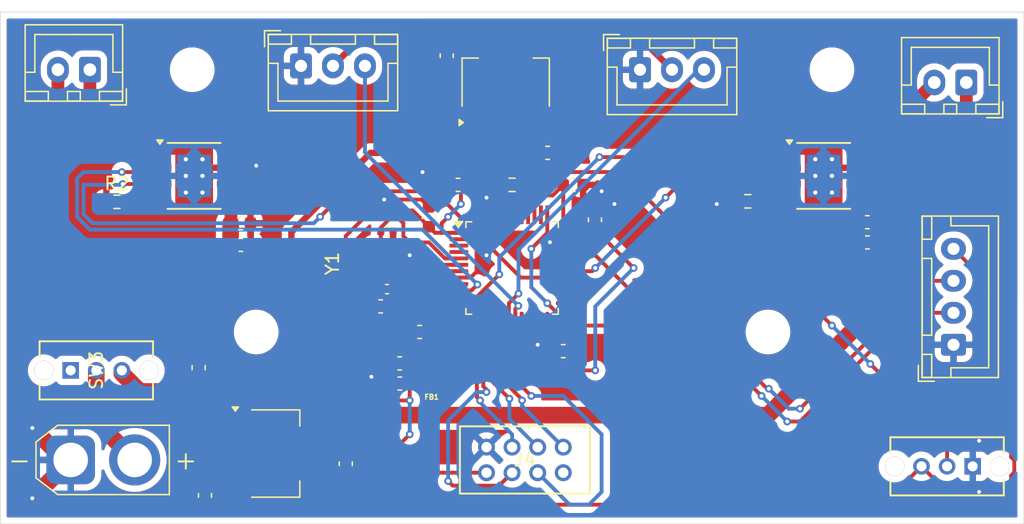
<source format=kicad_pcb>
(kicad_pcb (version 20241229) (generator "pcbnew") (generator_version "9.0")
  (layers (0 "F.Cu" signal) (2 "B.Cu" power) (13 "F.Paste" user) (15 "B.Paste" user) (5 "F.SilkS" user "F.Silkscreen") (7 "B.SilkS" user "B.Silkscreen") (1 "F.Mask" user) (3 "B.Mask" user) (25 "Edge.Cuts" user))
  (net 0 "")
  (net 1 "/Fuse")
  (net 4 "+12V")
  (net 5 "/Res")
  (net 7 "+5V")
  (net 15 "TIM3_CH3_SRVO2")
  (net 20 "+3.3VA")
  (net 24 "PWM_M2_EN")
  (net 25 "SCK")
  (net 26 "PWM_M1_EN")
  (net 29 "/SWDIO")
  (net 30 "/SWCLK")
  (net 31 "I{slash}O_M1_IN")
  (net 32 "CSN")
  (net 33 "CE")
  (net 34 "MOSI")
  (net 35 "/NRST")
  (net 36 "MISO")
  (net 37 "I{slash}O_M2_IN")
  (net 38 "/M1+")
  (net 39 "/M1-")
  (net 40 "/M2+")
  (net 41 "/M2-")
  (net 42 "/ILim")
  (net 43 "+3.3V")
  (net 44 "GND")
  (net 46 "/HSE_IN")
  (net 47 "/HSE_OUT")
  (net 48 "/SW_BOOT0")
  (net 52 "TIM3_CH3_SRVO1")
  (footprint "Connector_JST:JST_XH_B3B-XH-A_1x03_P2.50mm_Vertical" (layer "F.Cu") (at 185 59.5)
    (property "Reference" "J2" (hide yes))
    (property "Value" "Conn_01x03_Pin" (hide yes))
  )
  (footprint "Capacitor_SMD:C_0603_1608Metric" (layer "F.Cu") (at 181.477529 71.225 90)
    (property "Reference" "C3" (hide yes))
    (property "Value" "100n")
  )
  (footprint "Connector_JST:JST_XH_B3B-XH-A_1x03_P2.50mm_Vertical" (layer "F.Cu") (at 158.5 59.2)
    (property "Reference" "J1" (hide yes))
    (property "Value" "Conn_01x03_Pin" (hide yes))
  )
  (footprint "Resistor_SMD:R_0603_1608Metric" (layer "F.Cu") (at 144.113914 69.82633)
    (property "Reference" "R2")
    (property "Value" "21k")
  )
  (footprint "Fuse:Fuse_0603_1608Metric" (layer "F.Cu") (at 150.5 82.7875 90)
    (property "Reference" "F1" (hide yes))
    (property "Value" "Fuse")
  )
  (footprint "MountingHole:MountingHole_3mm" (layer "F.Cu") (at 195 80)
    (property "Reference" "H2" (hide yes))
    (property "Value" "MountingHole" (hide yes))
  )
  (footprint "Zesti:SPDT_OS102011_CNK" (layer "F.Cu") (at 211 90.5 -90)
    (property "Reference" "SW2" (hide yes))
    (property "Value" "SW_SPDT")
  )
  (footprint "MountingHole:MountingHole_3mm" (layer "F.Cu") (at 200 59.5)
    (property "Reference" "H1" (hide yes))
    (property "Value" "MountingHole" (hide yes))
  )
  (footprint "MountingHole:MountingHole_3mm" (layer "F.Cu") (at 155 80)
    (property "Reference" "H3" (hide yes))
    (property "Value" "MountingHole" (hide yes))
  )
  (footprint "Connector_JST:JST_XH_B2B-XH-A_1x02_P2.50mm_Vertical" (layer "F.Cu") (at 142 59.5 180)
    (property "Reference" "M1+1" (hide yes))
    (property "Value" "M1-")
  )
  (footprint "Zesti:SPDT_OS102011_CNK" (layer "F.Cu") (at 140.499999 83 90)
    (property "Reference" "SW3")
    (property "Value" "SW_SPDT")
  )
  (footprint "Capacitor_SMD:C_0603_1608Metric" (layer "F.Cu") (at 153.797507 73.191327 180)
    (property "Reference" "C7" (hide yes))
    (property "Value" "100n")
  )
  (footprint "Package_TO_SOT_SMD:SOT-223-3_TabPin2" (layer "F.Cu") (at 156.5 89.5)
    (property "Reference" "U3" (hide yes))
    (property "Value" "AMS1117-3.3")
  )
  (footprint "Capacitor_SMD:C_0603_1608Metric" (layer "F.Cu") (at 179.775 68.5)
    (property "Reference" "C5" (hide yes))
    (property "Value" "10u")
  )
  (footprint "Capacitor_SMD:C_0603_1608Metric" (layer "F.Cu") (at 151 92.775 -90)
    (property "Reference" "C10" (hide yes))
    (property "Value" "22u")
  )
  (footprint "Resistor_SMD:R_0603_1608Metric" (layer "F.Cu") (at 193.422114 69.786652)
    (property "Reference" "R3" (hide yes))
    (property "Value" "21k")
  )
  (footprint "Capacitor_SMD:C_0603_1608Metric" (layer "F.Cu") (at 169.891402 58.403356 -90)
    (property "Reference" "C19" (hide yes))
    (property "Value" "22u")
  )
  (footprint "Resistor_SMD:R_0603_1608Metric" (layer "F.Cu") (at 175 68.5 180)
    (property "Reference" "R4" (hide yes))
    (property "Value" "10k")
  )
  (footprint "Zesti:XTAL_ABM10AIG-16.000MHZ-4Z-T3" (layer "F.Cu") (at 165.075001 74.325 180)
    (property "Reference" "Y1")
    (property "Value" "16 MHz")
  )
  (footprint "Connector_JST:JST_XH_B2B-XH-A_1x02_P2.50mm_Vertical" (layer "F.Cu") (at 210.5 60.5 180)
    (property "Reference" "M2+1" (hide yes))
    (property "Value" "M2-")
  )
  (footprint "Capacitor_SMD:C_0603_1608Metric" (layer "F.Cu") (at 170.775 68.5 180)
    (property "Reference" "C4" (hide yes))
    (property "Value" "100n")
  )
  (footprint "Capacitor_SMD:C_0603_1608Metric" (layer "F.Cu") (at 179 81.5)
    (property "Reference" "C2" (hide yes))
    (property "Value" "100n")
  )
  (footprint "Capacitor_SMD:C_0603_1608Metric" (layer "F.Cu") (at 177.775 66)
    (property "Reference" "C18" (hide yes))
    (property "Value" "22u")
  )
  (footprint "Package_QFP:LQFP-48_7x7mm_P0.5mm" (layer "F.Cu") (at 175 75)
    (property "Reference" "U6" (hide yes))
    (property "Value" "STM32F103C8Tx")
  )
  (footprint "Capacitor_SMD:C_0402_1005Metric" (layer "F.Cu") (at 165.220003 76.65)
    (property "Reference" "C17" (hide yes))
    (property "Value" "10p")
  )
  (footprint "Capacitor_SMD:C_0603_1608Metric" (layer "F.Cu") (at 202.775 73 180)
    (property "Reference" "C9" (hide yes))
    (property "Value" "100n")
  )
  (footprint "JSTConnectors:CONN_B8B-PHDSS_JST" (layer "F.Cu") (at 173 89)
    (property "Reference" "J4")
    (property "Value" "B8B-nRF24L01")
  )
  (footprint "Capacitor_SMD:C_0603_1608Metric" (layer "F.Cu") (at 202.764991 71.421212 180)
    (property "Reference" "C8" (hide yes))
    (property "Value" "22u")
  )
  (footprint "Capacitor_SMD:C_0603_1608Metric" (layer "F.Cu") (at 162 90.297986 -90)
    (property "Reference" "C11" (hide yes))
    (property "Value" "22u")
  )
  (footprint "Capacitor_SMD:C_0603_1608Metric" (layer "F.Cu") (at 166.225 84.03 180)
    (property "Reference" "C14" (hide yes))
    (property "Value" "1u")
  )
  (footprint "Connector_JST:JST_XH_B4B-XH-A_1x04_P2.50mm_Vertical" (layer "F.Cu") (at 209.5 81 90)
    (property "Reference" "J3" (hide yes))
    (property "Value" "Conn_01x04_Pin")
  )
  (footprint "Capacitor_SMD:C_0402_1005Metric" (layer "F.Cu") (at 165.220003 72.15 180)
    (property "Reference" "C16" (hide yes))
    (property "Value" "10p")
  )
  (footprint "Package_SO:Texas_HTSOP-8-1EP_3.9x4.9mm_P1.27mm_EP2.95x4.9mm_Mask2.4x3.1mm_ThermalVias" (layer "F.Cu") (at 150.15 67.8)
    (property "Reference" "U4" (hide yes))
    (property "Value" "DRV8871DDA")
  )
  (footprint "MountingHole:MountingHole_3mm" (layer "F.Cu") (at 150 59.5)
    (property "Reference" "H4" (hide yes))
    (property "Value" "MountingHole" (hide yes))
  )
  (footprint "Connector_AMASS:AMASS_XT30U-F_1x02_P5.0mm_Vertical" (layer "F.Cu") (at 140.5 90)
    (property "Reference" "J13" (hide yes))
    (property "Value" "Conn_01x02_Pin")
  )
  (footprint "Capacitor_SMD:C_0603_1608Metric" (layer "F.Cu") (at 166.21486 82.45559 180)
    (property "Reference" "C13" (hide yes))
    (property "Value" "1u")
  )
  (footprint "Capacitor_SMD:C_0603_1608Metric" (layer "F.Cu") (at 168.5 71 90)
    (property "Reference" "C1" (hide yes))
    (property "Value" "100n")
  )
  (footprint "Capacitor_SMD:C_0603_1608Metric" (layer "F.Cu") (at 164.725 78 180)
    (property "Reference" "C15" (hide yes))
    (property "Value" "100n")
  )
  (footprint "Package_TO_SOT_SMD:SOT-223-3_TabPin2" (layer "F.Cu") (at 174.5 60.5 90)
    (property "Reference" "U1" (hide yes))
    (property "Value" "AMS1117-5.0")
  )
  (footprint "Package_SO:Texas_HTSOP-8-1EP_3.9x4.9mm_P1.27mm_EP2.95x4.9mm_Mask2.4x3.1mm_ThermalVias" (layer "F.Cu") (at 199.35 67.8)
    (property "Reference" "U5" (hide yes))
    (property "Value" "DRV8871DDA")
  )
  (footprint "Capacitor_SMD:C_0603_1608Metric" (layer "F.Cu") (at 167.775 80 180)
    (property "Reference" "C12" (hide yes))
    (property "Value" "10n")
  )
  (footprint "Zesti:BEADC1608X95N" (layer "F.Cu") (at 168.678832 83.227753 90)
    (property "Reference" "FB1")
    (property "Value" "120R FerriteBead")
  )
  (footprint "Capacitor_SMD:C_0603_1608Metric" (layer "F.Cu") (at 153.775 71.5 180)
    (property "Reference" "C6" (hide yes))
    (property "Value" "22u")
  )
  (gr_line (start 135 95) (end 215 95) (stroke (width 0.05)) (layer "Edge.Cuts"))
  (gr_line (start 215 55) (end 135 55) (stroke (width 0.05)) (layer "Edge.Cuts"))
  (gr_line (start 135 55) (end 135 95) (stroke (width 0.05)) (layer "Edge.Cuts"))
  (gr_line (start 215 95) (end 215 55) (stroke (width 0.05)) (layer "Edge.Cuts"))
  (segment (start 144.5 83) (end 144.5 83.233878) (width 1.3) (layer "F.Cu") (net 1))
  (segment (start 145.916422 84.6503) (end 149.4247 84.6503) (width 1.3) (layer "F.Cu") (net 1))
  (segment (start 144.5 83.233878) (end 145.916422 84.6503) (width 1.3) (layer "F.Cu") (net 1))
  (segment (start 149.4247 84.6503) (end 150.5 83.575) (width 1.3) (layer "F.Cu") (net 1))
  (segment (start 150.5 78) (end 153 75.5) (width 1.3) (layer "F.Cu") (net 4))
  (segment (start 177 63.85) (end 176.8 63.65) (width 0.5) (layer "F.Cu") (net 4))
  (segment (start 151 86.5) (end 151.5 86) (width 0.3) (layer "F.Cu") (net 4))
  (segment (start 163.937925 66) (end 157.75 72.187925) (width 0.5) (layer "F.Cu") (net 4))
  (segment (start 201.989991 79.510009) (end 201.989991 71.421212) (width 1.3) (layer "F.Cu") (net 4))
  (segment (start 151 92) (end 151 86.5) (width 0.3) (layer "F.Cu") (net 4))
  (segment (start 202.225 69.705) (end 202.225 71.186203) (width 1) (layer "F.Cu") (net 4))
  (segment (start 177 66) (end 177 63.85) (width 0.5) (layer "F.Cu") (net 4))
  (segment (start 151.5 83) (end 150.5 82) (width 0.3) (layer "F.Cu") (net 4))
  (segment (start 157.75 72.187925) (end 157.75 76.75) (width 0.5) (layer "F.Cu") (net 4))
  (segment (start 150.5 82) (end 150.5 78) (width 1.3) (layer "F.Cu") (net 4))
  (segment (start 156.5 75.5) (end 157.75 76.75) (width 1.3) (layer "F.Cu") (net 4))
  (segment (start 151.2 91.8) (end 151 92) (width 0.3) (layer "F.Cu") (net 4))
  (segment (start 142.499999 86.999999) (end 142.499999 83) (width 1.3) (layer "F.Cu") (net 4))
  (segment (start 195 86.5) (end 201.989991 79.510009) (width 1.3) (layer "F.Cu") (net 4))
  (segment (start 202.225 71.186203) (end 201.989991 71.421212) (width 1) (layer "F.Cu") (net 4))
  (segment (start 145.5 90) (end 142.499999 86.999999) (width 1.3) (layer "F.Cu") (net 4))
  (segment (start 153 75.5) (end 156.5 75.5) (width 1.3) (layer "F.Cu") (net 4))
  (segment (start 153.35 91.8) (end 151.2 91.8) (width 0.3) (layer "F.Cu") (net 4))
  (segment (start 159 83) (end 162.5 86.5) (width 1.3) (layer "F.Cu") (net 4))
  (segment (start 153 75.5) (end 153 71.5) (width 1.3) (layer "F.Cu") (net 4))
  (segment (start 153.025 71.475) (end 153 71.5) (width 1) (layer "F.Cu") (net 4))
  (segment (start 159 78) (end 159 83) (width 1.3) (layer "F.Cu") (net 4))
  (segment (start 177 66) (end 163.937925 66) (width 0.5) (layer "F.Cu") (net 4))
  (segment (start 162.5 86.5) (end 195 86.5) (width 1.3) (layer "F.Cu") (net 4))
  (segment (start 151.5 86) (end 151.5 83) (width 0.3) (layer "F.Cu") (net 4))
  (segment (start 153.025 69.705) (end 153.025 71.475) (width 1) (layer "F.Cu") (net 4))
  (segment (start 157.75 76.75) (end 159 78) (width 1.3) (layer "F.Cu") (net 4))
  (segment (start 174.25 70.8375) (end 174.25 68.717497) (width 0.3) (layer "F.Cu") (net 5))
  (segment (start 174.25 68.717497) (end 174.233116 68.700613) (width 0.3) (layer "F.Cu") (net 5))
  (segment (start 164.2 56) (end 161 59.2) (width 0.5) (layer "F.Cu") (net 7))
  (segment (start 174.5 57.35) (end 185.35 57.35) (width 0.5) (layer "F.Cu") (net 7))
  (segment (start 174.221644 57.628356) (end 174.5 57.35) (width 0.5) (layer "F.Cu") (net 7))
  (segment (start 167 56) (end 164.2 56) (width 0.5) (layer "F.Cu") (net 7))
  (segment (start 185.35 57.35) (end 187.5 59.5) (width 0.5) (layer "F.Cu") (net 7))
  (segment (start 168.628356 57.628356) (end 167 56) (width 0.5) (layer "F.Cu") (net 7))
  (segment (start 169.891402 57.628356) (end 168.628356 57.628356) (width 0.5) (layer "F.Cu") (net 7))
  (segment (start 169.891402 57.628356) (end 174.221644 57.628356) (width 0.5) (layer "F.Cu") (net 7))
  (segment (start 175.25 78.192981) (end 175.488145 77.954836) (width 0.3) (layer "F.Cu") (net 15))
  (segment (start 175.25 79.1625) (end 175.25 78.192981) (width 0.3) (layer "F.Cu") (net 15))
  (via (at 175.488145 77.954836) (size 0.6) (drill 0.3) (layers "F.Cu" "B.Cu") (net 15))
  (segment (start 175.488145 77.954836) (end 163.5 65.966691) (width 0.3) (layer "B.Cu") (net 15))
  (segment (start 163.5 65.966691) (end 163.5 59.2) (width 0.3) (layer "B.Cu") (net 15))
  (segment (start 168.55 77.45) (end 169.75 76.25) (width 0.3) (layer "F.Cu") (net 20))
  (segment (start 168.678832 82.492753) (end 167.027023 82.492753) (width 0.3) (layer "F.Cu") (net 20))
  (segment (start 169.75 76.25) (end 170.8375 76.25) (width 0.3) (layer "F.Cu") (net 20))
  (segment (start 168.55 80) (end 168.55 77.45) (width 0.3) (layer "F.Cu") (net 20))
  (segment (start 166.98986 82.45559) (end 166.98986 81.56014) (width 0.3) (layer "F.Cu") (net 20))
  (segment (start 167.027023 82.492753) (end 166.98986 82.45559) (width 0.3) (layer "F.Cu") (net 20))
  (segment (start 166.98986 81.56014) (end 168.55 80) (width 0.3) (layer "F.Cu") (net 20))
  (segment (start 190.335 67.165) (end 196.475 67.165) (width 0.3) (layer "F.Cu") (net 24))
  (segment (start 172.25 77.25) (end 174 75.5) (width 0.3) (layer "F.Cu") (net 24))
  (segment (start 170.8375 77.25) (end 172.25 77.25) (width 0.3) (layer "F.Cu") (net 24))
  (segment (start 187.391227 66.331803) (end 189.501803 66.331803) (width 0.3) (layer "F.Cu") (net 24))
  (segment (start 187.389477 66.330053) (end 187.391227 66.331803) (width 0.3) (layer "F.Cu") (net 24))
  (segment (start 189.501803 66.331803) (end 190.335 67.165) (width 0.3) (layer "F.Cu") (net 24))
  (segment (start 181.830053 66.330053) (end 187.389477 66.330053) (width 0.3) (layer "F.Cu") (net 24))
  (via (at 181.830053 66.330053) (size 0.6) (drill 0.3) (layers "F.Cu" "B.Cu") (net 24))
  (via (at 174 75.5) (size 0.6) (drill 0.3) (layers "F.Cu" "B.Cu") (net 24))
  (segment (start 174 75.5) (end 174 74.160106) (width 0.3) (layer "B.Cu") (net 24))
  (segment (start 174 74.160106) (end 181.830053 66.330053) (width 0.3) (layer "B.Cu") (net 24))
  (segment (start 173.25 79.1625) (end 173.25 83.66924) (width 0.3) (layer "F.Cu") (net 25))
  (segment (start 173.25 83.66924) (end 174.79038 85.20962) (width 0.3) (layer "F.Cu") (net 25))
  (via (at 174.79038 85.20962) (size 0.6) (drill 0.3) (layers "F.Cu" "B.Cu") (net 25))
  (segment (start 174.79038 86.79038) (end 177 89) (width 0.3) (layer "B.Cu") (net 25))
  (segment (start 174.79038 85.20962) (end 174.79038 86.79038) (width 0.3) (layer "B.Cu") (net 25))
  (segment (start 170.8375 76.75) (end 171.83076 76.75) (width 0.3) (layer "F.Cu") (net 26))
  (segment (start 171.83076 76.75) (end 172.29038 76.29038) (width 0.3) (layer "F.Cu") (net 26))
  (segment (start 144.5 67.5) (end 146.94 67.5) (width 0.3) (layer "F.Cu") (net 26))
  (segment (start 146.94 67.5) (end 147.275 67.165) (width 0.3) (layer "F.Cu") (net 26))
  (via (at 144.5 67.5) (size 0.6) (drill 0.3) (layers "F.Cu" "B.Cu") (net 26))
  (via (at 172.29038 76.29038) (size 0.6) (drill 0.3) (layers "F.Cu" "B.Cu") (net 26))
  (segment (start 141 71) (end 141 68) (width 0.3) (layer "B.Cu") (net 26))
  (segment (start 155.5 72) (end 142 72) (width 0.3) (layer "B.Cu") (net 26))
  (segment (start 142 72) (end 141 71) (width 0.3) (layer "B.Cu") (net 26))
  (segment (start 168 72) (end 155.5 72) (width 0.3) (layer "B.Cu") (net 26))
  (segment (start 141 68) (end 141.5 67.5) (width 0.3) (layer "B.Cu") (net 26))
  (segment (start 172.29038 76.29038) (end 168 72) (width 0.3) (layer "B.Cu") (net 26))
  (segment (start 141.5 67.5) (end 144.5 67.5) (width 0.3) (layer "B.Cu") (net 26))
  (segment (start 180.75 73.25) (end 186.5 79) (width 0.3) (layer "F.Cu") (net 29))
  (segment (start 179.1625 73.25) (end 180.75 73.25) (width 0.3) (layer "F.Cu") (net 29))
  (segment (start 197.5 86) (end 207.5 76) (width 0.3) (layer "F.Cu") (net 29))
  (segment (start 189.5 79) (end 195 84.5) (width 0.3) (layer "F.Cu") (net 29))
  (segment (start 186.5 79) (end 189.5 79) (width 0.3) (layer "F.Cu") (net 29))
  (segment (start 207.5 76) (end 209.5 76) (width 0.3) (layer "F.Cu") (net 29))
  (segment (start 195 84.5) (end 195.065687 84.434313) (width 0.3) (layer "F.Cu") (net 29))
  (via (at 195.065687 84.434313) (size 0.6) (drill 0.3) (layers "F.Cu" "B.Cu") (net 29))
  (via (at 197.5 86) (size 0.6) (drill 0.3) (layers "F.Cu" "B.Cu") (net 29))
  (segment (start 196.631374 86) (end 197.5 86) (width 0.3) (layer "B.Cu") (net 29))
  (segment (start 195.065687 84.434313) (end 196.631374 86) (width 0.3) (layer "B.Cu") (net 29))
  (segment (start 177.75 72.25) (end 177.75 70.8375) (width 0.3) (layer "F.Cu") (net 30))
  (segment (start 189 79.5) (end 194.5 85) (width 0.3) (layer "F.Cu") (net 30))
  (segment (start 179.5 79.5) (end 189 79.5) (width 0.3) (layer "F.Cu") (net 30))
  (segment (start 197.5 87) (end 206 78.5) (width 0.3) (layer "F.Cu") (net 30))
  (segment (start 176.5 73.5) (end 177.75 72.25) (width 0.3) (layer "F.Cu") (net 30))
  (segment (start 206 78.5) (end 209.5 78.5) (width 0.3) (layer "F.Cu") (net 30))
  (segment (start 196.5 87) (end 197.5 87) (width 0.3) (layer "F.Cu") (net 30))
  (segment (start 177.75 77.75) (end 179.5 79.5) (width 0.3) (layer "F.Cu") (net 30))
  (via (at 176.5 73.5) (size 0.6) (drill 0.3) (layers "F.Cu" "B.Cu") (net 30))
  (via (at 177.75 77.75) (size 0.6) (drill 0.3) (layers "F.Cu" "B.Cu") (net 30))
  (via (at 196.5 87) (size 0.6) (drill 0.3) (layers "F.Cu" "B.Cu") (net 30))
  (via (at 194.5 85) (size 0.6) (drill 0.3) (layers "F.Cu" "B.Cu") (net 30))
  (segment (start 176.5 73.5) (end 176.5 76.5) (width 0.3) (layer "B.Cu") (net 30))
  (segment (start 196.5 87) (end 194.5 85) (width 0.3) (layer "B.Cu") (net 30))
  (segment (start 176.5 76.5) (end 177.75 77.75) (width 0.3) (layer "B.Cu") (net 30))
  (segment (start 169.429534 69.5) (end 175.679534 75.75) (width 0.3) (layer "F.Cu") (net 31))
  (segment (start 168.994822 69.424) (end 169.070822 69.5) (width 0.3) (layer "F.Cu") (net 31))
  (segment (start 168 69) (end 168.424 69.424) (width 0.3) (layer "F.Cu") (net 31))
  (segment (start 144.565 68.435) (end 147.275 68.435) (width 0.3) (layer "F.Cu") (net 31))
  (segment (start 175.679534 75.75) (end 179.1625 75.75) (width 0.3) (layer "F.Cu") (net 31))
  (segment (start 160 71) (end 162 69) (width 0.3) (layer "F.Cu") (net 31))
  (segment (start 168.424 69.424) (end 168.994822 69.424) (width 0.3) (layer "F.Cu") (net 31))
  (segment (start 169.070822 69.5) (end 169.429534 69.5) (width 0.3) (layer "F.Cu") (net 31))
  (segment (start 162 69) (end 168 69) (width 0.3) (layer "F.Cu") (net 31))
  (via (at 160 71) (size 0.6) (drill 0.3) (layers "F.Cu" "B.Cu") (net 31))
  (via (at 144.565 68.435) (size 0.6) (drill 0.3) (layers "F.Cu" "B.Cu") (net 31))
  (segment (start 160 71) (end 159.501 71.499) (width 0.3) (layer "B.Cu") (net 31))
  (segment (start 141.501 68.5) (end 144.5 68.5) (width 0.3) (layer "B.Cu") (net 31))
  (segment (start 144.5 68.5) (end 144.565 68.435) (width 0.3) (layer "B.Cu") (net 31))
  (segment (start 142.20752 71.499) (end 141.501 70.79248) (width 0.3) (layer "B.Cu") (net 31))
  (segment (start 159.501 71.499) (end 142.20752 71.499) (width 0.3) (layer "B.Cu") (net 31))
  (segment (start 141.501 70.79248) (end 141.501 68.5) (width 0.3) (layer "B.Cu") (net 31))
  (segment (start 170 91.650001) (end 170.3614 92.011401) (width 0.3) (layer "F.Cu") (net 32))
  (segment (start 173 84.5) (end 172.75 84.25) (width 0.3) (layer "F.Cu") (net 32))
  (segment (start 172.75 84.25) (end 172.75 79.1625) (width 0.3) (layer "F.Cu") (net 32))
  (segment (start 173 84.699) (end 173 84.5) (width 0.3) (layer "F.Cu") (net 32))
  (segment (start 170.3614 92.011401) (end 173.988599 92.011401) (width 0.3) (layer "F.Cu") (net 32))
  (segment (start 173.988599 92.011401) (end 174.999999 91.000001) (width 0.3) (layer "F.Cu") (net 32))
  (via (at 170 91.650001) (size 0.6) (drill 0.3) (layers "F.Cu" "B.Cu") (net 32))
  (via (at 173 84.699) (size 0.6) (drill 0.3) (layers "F.Cu" "B.Cu") (net 32))
  (segment (start 172.230346 84.699) (end 170 86.929346) (width 0.3) (layer "B.Cu") (net 32))
  (segment (start 170 86.929346) (end 170 88) (width 0.3) (layer "B.Cu") (net 32))
  (segment (start 170 88) (end 170 91.650001) (width 0.3) (layer "B.Cu") (net 32))
  (segment (start 173 84.699) (end 172.230346 84.699) (width 0.3) (layer "B.Cu") (net 32))
  (segment (start 172.25 85.1) (end 172.25 79.1625) (width 0.3) (layer "F.Cu") (net 33))
  (segment (start 172.5 85.35) (end 172.25 85.1) (width 0.3) (layer "F.Cu") (net 33))
  (via (at 172.5 85.35) (size 0.6) (drill 0.3) (layers "F.Cu" "B.Cu") (net 33))
  (segment (start 174.999999 87.999999) (end 174.999999 89) (width 0.3) (layer "B.Cu") (net 33))
  (segment (start 172.5 85.5) (end 174.999999 87.999999) (width 0.3) (layer "B.Cu") (net 33))
  (segment (start 172.5 85.35) (end 172.5 85.5) (width 0.3) (layer "B.Cu") (net 33))
  (segment (start 174.25 82.75) (end 176.5 85) (width 0.3) (layer "F.Cu") (net 34))
  (segment (start 174.25 79.1625) (end 174.25 82.75) (width 0.3) (layer "F.Cu") (net 34))
  (via (at 176.5 85) (size 0.6) (drill 0.3) (layers "F.Cu" "B.Cu") (net 34))
  (segment (start 182 88) (end 182 92.5) (width 0.3) (layer "B.Cu") (net 34))
  (segment (start 179.499999 93.5) (end 177 91.000001) (width 0.3) (layer "B.Cu") (net 34))
  (segment (start 181 93.5) (end 179.499999 93.5) (width 0.3) (layer "B.Cu") (net 34))
  (segment (start 179 85) (end 182 88) (width 0.3) (layer "B.Cu") (net 34))
  (segment (start 182 92.5) (end 181 93.5) (width 0.3) (layer "B.Cu") (net 34))
  (segment (start 176.5 85) (end 179 85) (width 0.3) (layer "B.Cu") (net 34))
  (segment (start 170.8375 75.25) (end 169.75 75.25) (width 0.3) (layer "F.Cu") (net 35))
  (segment (start 169.75 75.25) (end 167 78) (width 0.3) (layer "F.Cu") (net 35))
  (segment (start 167 78) (end 165.5 78) (width 0.3) (layer "F.Cu") (net 35))
  (segment (start 174 83.5) (end 175.780626 85.280626) (width 0.3) (layer "F.Cu") (net 36))
  (segment (start 173.75 83.25) (end 174 83.5) (width 0.3) (layer "F.Cu") (net 36))
  (segment (start 173.75 79.1625) (end 173.75 83.25) (width 0.3) (layer "F.Cu") (net 36))
  (segment (start 175.780626 85.280626) (end 175.780626 85.35) (width 0.3) (layer "F.Cu") (net 36))
  (via (at 175.780626 85.35) (size 0.6) (drill 0.3) (layers "F.Cu" "B.Cu") (net 36))
  (segment (start 175.780626 85.35) (end 175.780626 85.780628) (width 0.3) (layer "B.Cu") (net 36))
  (segment (start 175.780626 85.780628) (end 178.999998 89) (width 0.3) (layer "B.Cu") (net 36))
  (segment (start 179.1625 75.25) (end 181.25 75.25) (width 0.3) (layer "F.Cu") (net 37))
  (segment (start 188.065 68.435) (end 196.475 68.435) (width 0.3) (layer "F.Cu") (net 37))
  (segment (start 187 69.5) (end 188.065 68.435) (width 0.3) (layer "F.Cu") (net 37))
  (segment (start 181.25 75.25) (end 181.5 75) (width 0.3) (layer "F.Cu") (net 37))
  (via (at 187 69.5) (size 0.6) (drill 0.3) (layers "F.Cu" "B.Cu") (net 37))
  (via (at 181.5 75) (size 0.6) (drill 0.3) (layers "F.Cu" "B.Cu") (net 37))
  (segment (start 181.5 75) (end 182.5 74) (width 0.3) (layer "B.Cu") (net 37))
  (segment (start 182.5 74) (end 187 69.5) (width 0.3) (layer "B.Cu") (net 37))
  (segment (start 157.5 68) (end 157.5 65.5) (width 1) (layer "F.Cu") (net 38))
  (segment (start 154.799 62.799) (end 143 62.799) (width 1) (layer "F.Cu") (net 38))
  (segment (start 143 62.799) (end 142 61.799) (width 1) (layer "F.Cu") (net 38))
  (segment (start 157.065 68.435) (end 157.5 68) (width 1) (layer "F.Cu") (net 38))
  (segment (start 142 61.799) (end 142 59.5) (width 1) (layer "F.Cu") (net 38))
  (segment (start 157.5 65.5) (end 154.799 62.799) (width 1) (layer "F.Cu") (net 38))
  (segment (start 153.025 68.435) (end 157.065 68.435) (width 1) (layer "F.Cu") (net 38))
  (segment (start 139.5 59.5) (end 139.5 61.2) (width 1) (layer "F.Cu") (net 39))
  (segment (start 139.5 61.2) (end 142.3 64) (width 1) (layer "F.Cu") (net 39))
  (segment (start 152.5 64) (end 153.025 64.525) (width 1) (layer "F.Cu") (net 39))
  (segment (start 153.025 64.525) (end 153.025 65.895) (width 1) (layer "F.Cu") (net 39))
  (segment (start 142.3 64) (end 152.5 64) (width 1) (layer "F.Cu") (net 39))
  (segment (start 204.325 68.435) (end 210.5 62.26) (width 1) (layer "F.Cu") (net 40))
  (segment (start 210.5 62.26) (end 210.5 60.5) (width 1) (layer "F.Cu") (net 40))
  (segment (start 202.225 68.435) (end 204.325 68.435) (width 1) (layer "F.Cu") (net 40))
  (segment (start 202.605 65.895) (end 208 60.5) (width 1) (layer "F.Cu") (net 41))
  (segment (start 202.225 65.895) (end 202.605 65.895) (width 1) (layer "F.Cu") (net 41))
  (segment (start 196.475 69.705) (end 194.328766 69.705) (width 0.5) (layer "F.Cu") (net 42))
  (segment (start 194.328766 69.705) (end 194.247114 69.786652) (width 0.5) (layer "F.Cu") (net 42))
  (segment (start 147.275 69.705) (end 145.060244 69.705) (width 0.5) (layer "F.Cu") (net 42))
  (segment (start 145.060244 69.705) (end 144.938914 69.82633) (width 0.5) (layer "F.Cu") (net 42))
  (segment (start 164.522986 89.522986) (end 166 91) (width 0.3) (layer "F.Cu") (net 43))
  (segment (start 168.975 72.25) (end 168.5 71.775) (width 0.3) (layer "F.Cu") (net 43))
  (segment (start 170.8375 72.25) (end 169.5 72.25) (width 0.3) (layer "F.Cu") (net 43))
  (segment (start 181.477529 72) (end 179 72) (width 0.3) (layer "F.Cu") (net 43))
  (segment (start 164.522986 89.522986) (end 165.477014 89.522986) (width 0.3) (layer "F.Cu") (net 43))
  (segment (start 179 68.5) (end 179 72) (width 0.3) (layer "F.Cu") (net 43))
  (segment (start 179 72) (end 179 72.0875) (width 0.3) (layer "F.Cu") (net 43))
  (segment (start 162 84) (end 162 72.5) (width 0.3) (layer "F.Cu") (net 43))
  (segment (start 172.25 70.8375) (end 172.25 69.2) (width 0.3) (layer "F.Cu") (net 43))
  (segment (start 159.65 89.5) (end 161.977014 89.5) (width 0.3) (layer "F.Cu") (net 43))
  (segment (start 179 72.0875) (end 179.1625 72.25) (width 0.3) (layer "F.Cu") (net 43))
  (segment (start 162 89.522986) (end 164.522986 89.522986) (width 0.3) (layer "F.Cu") (net 43))
  (segment (start 214.250301 90.97647) (end 214 91.226771) (width 0.3) (layer "F.Cu") (net 43))
  (segment (start 162 84) (end 162.25 84.25) (width 0.3) (layer "F.Cu") (net 43))
  (segment (start 168.5 93.5) (end 166 91) (width 0.3) (layer "F.Cu") (net 43))
  (segment (start 162 72.5) (end 164 70.5) (width 0.3) (layer "F.Cu") (net 43))
  (segment (start 172.25 69.2) (end 171.55 68.5) (width 0.3) (layer "F.Cu") (net 43))
  (segment (start 175.074 67.991226) (end 175.074 69.008774) (width 0.3) (layer "F.Cu") (net 43))
  (segment (start 181.5 72) (end 184.5 75) (width 0.3) (layer "F.Cu") (net 43))
  (segment (start 179.725 83) (end 178.225 81.5) (width 0.3) (layer "F.Cu") (net 43))
  (segment (start 166 91) (end 173 91.000001) (width 0.3) (layer "F.Cu") (net 43))
  (segment (start 179.4125 72) (end 179.1625 72.25) (width 0.3) (layer "F.Cu") (net 43))
  (segment (start 203.999999 93.5) (end 168.5 93.5) (width 0.3) (layer "F.Cu") (net 43))
  (segment (start 163.35 85.35) (end 162 84) (width 0.3) (layer "F.Cu") (net 43))
  (segment (start 169.5 72.25) (end 169.5 71.5) (width 0.3) (layer "F.Cu") (net 43))
  (segment (start 172.376 67.674) (end 174.756774 67.674) (width 0.3) (layer "F.Cu") (net 43))
  (segment (start 177.75 81.025) (end 178.225 81.5) (width 0.3) (layer "F.Cu") (net 43))
  (segment (start 209.5 73.5) (end 214 78) (width 0.3) (layer "F.Cu") (net 43))
  (segment (start 164 70.5) (end 167.225 70.5) (width 0.3) (layer "F.Cu") (net 43))
  (segment (start 175.391226 69.326) (end 178.174 69.326) (width 0.3) (layer "F.Cu") (net 43))
  (segment (start 214.250301 90.02353) (end 214.250301 90.97647) (width 0.3) (layer "F.Cu") (net 43))
  (segment (start 214 93.5) (end 209.999999 93.5) (width 0.3) (layer "F.Cu") (net 43))
  (segment (start 167 85.35) (end 167 84.03) (width 0.3) (layer "F.Cu") (net 43))
  (segment (start 171 69.05) (end 171.55 68.5) (width 0.3) (layer "F.Cu") (net 43))
  (segment (start 165.477014 89.522986) (end 167 88) (width 0.3) (layer "F.Cu") (net 43))
  (segment (start 214 89.773229) (end 214.250301 90.02353) (width 0.3) (layer "F.Cu") (net 43))
  (segment (start 214 91.226771) (end 214 93.5) (width 0.3) (layer "F.Cu") (net 43))
  (segment (start 161.977014 89.5) (end 162 89.522986) (width 0.3) (layer "F.Cu") (net 43))
  (segment (start 167.067247 83.962753) (end 167 84.03) (width 0.3) (layer "F.Cu") (net 43))
  (segment (start 175.074 69.008774) (end 175.391226 69.326) (width 0.3) (layer "F.Cu") (net 43))
  (segment (start 181.477529 72) (end 181.5 72) (width 0.3) (layer "F.Cu") (net 43))
  (segment (start 177.75 79.1625) (end 177.75 81.025) (width 0.3) (layer "F.Cu") (net 43))
  (segment (start 168.678832 83.962753) (end 167.067247 83.962753) (width 0.3) (layer "F.Cu") (net 43))
  (segment (start 169.5 72.25) (end 168.975 72.25) (width 0.3) (layer "F.Cu") (net 43))
  (segment (start 206.999999 90.5) (end 203.999999 93.5) (width 0.3) (layer "F.Cu") (net 43))
  (segment (start 169.5 71.5) (end 170 71) (width 0.3) (layer "F.Cu") (net 43))
  (segment (start 171.55 68.5) (end 172.376 67.674) (width 0.3) (layer "F.Cu") (net 43))
  (segment (start 167 85.35) (end 163.35 85.35) (width 0.3) (layer "F.Cu") (net 43))
  (segment (start 178.174 69.326) (end 179 68.5) (width 0.3) (layer "F.Cu") (net 43))
  (segment (start 171 70) (end 171 69.05) (width 0.3) (layer "F.Cu") (net 43))
  (segment (start 181.5 83) (end 179.725 83) (width 0.3) (layer "F.Cu") (net 43))
  (segment (start 167.225 70.5) (end 168.5 71.775) (width 0.3) (layer "F.Cu") (net 43))
  (segment (start 209.999999 93.5) (end 206.999999 90.5) (width 0.3) (layer "F.Cu") (net 43))
  (segment (start 174.756774 67.674) (end 175.074 67.991226) (width 0.3) (layer "F.Cu") (net 43))
  (segment (start 214 78) (end 214 89.773229) (width 0.3) (layer "F.Cu") (net 43))
  (via (at 184.5 75) (size 0.6) (drill 0.3) (layers "F.Cu" "B.Cu") (net 43))
  (via (at 167 85.35) (size 0.6) (drill 0.3) (layers "F.Cu" "B.Cu") (net 43))
  (via (at 181.5 83) (size 0.6) (drill 0.3) (layers "F.Cu" "B.Cu") (net 43))
  (via (at 170 71) (size 0.6) (drill 0.3) (layers "F.Cu" "B.Cu") (net 43))
  (via (at 171 70) (size 0.6) (drill 0.3) (layers "F.Cu" "B.Cu") (net 43))
  (via (at 167 88) (size 0.6) (drill 0.3) (layers "F.Cu" "B.Cu") (net 43))
  (segment (start 170 71) (end 171 70) (width 0.3) (layer "B.Cu") (net 43))
  (segment (start 184.5 75) (end 181.5 78) (width 0.3) (layer "B.Cu") (net 43))
  (segment (start 181.5 78) (end 181.5 83) (width 0.3) (layer "B.Cu") (net 43))
  (segment (start 167 88) (end 167 85.35) (width 0.3) (layer "B.Cu") (net 43))
  (segment (start 192.597114 69.786652) (end 191.213348 69.786652) (width 0.5) (layer "F.Cu") (net 44))
  (segment (start 177.25 80.75) (end 177 81) (width 0.3) (layer "F.Cu") (net 44))
  (segment (start 191.213348 69.786652) (end 191 70) (width 0.5) (layer "F.Cu") (net 44))
  (segment (start 178.190908 72.75) (end 177.955883 72.985025) (width 0.3) (layer "F.Cu") (net 44))
  (segment (start 165.45 84.03) (end 164.53 84.03) (width 0.3) (layer "F.Cu") (net 44))
  (segment (start 211 90.5) (end 211 89) (width 0.3) (layer "F.Cu") (net 44))
  (segment (start 164.45 76.359997) (end 164.740003 76.65) (width 0.5) (layer "F.Cu") (net 44))
  (segment (start 170.8375 75.75) (end 171.75 75.75) (width 0.3) (layer "F.Cu") (net 44))
  (segment (start 140.5 90) (end 137.5 93) (width 1.3) (layer "F.Cu") (net 44))
  (segment (start 182.55 70.45) (end 183 70) (width 0.3) (layer "F.Cu") (net 44))
  (segment (start 179.1625 72.75) (end 178.190908 72.75) (width 0.3) (layer "F.Cu") (net 44))
  (segment (start 167.925 69.65) (end 165 69.65) (width 0.3) (layer "F.Cu") (net 44))
  (segment (start 167 74) (end 166.5 73.5) (width 0.5) (layer "F.Cu") (net 44))
  (segment (start 171.75 75.75) (end 173 74.5) (width 0.3) (layer "F.Cu") (net 44))
  (segment (start 177.25 79.1625) (end 177.25 80.75) (width 0.3) (layer "F.Cu") (net 44))
  (segment (start 211 92) (end 211.5 92.5) (width 0.3) (layer "F.Cu") (net 44))
  (segment (start 140 90) (end 140.5 90) (width 1.3) (layer "F.Cu") (net 44))
  (segment (start 164.53 84.03) (end 164 83.5) (width 0.3) (layer "F.Cu") (net 44))
  (segment (start 173 74.5) (end 173 74) (width 0.3) (layer "F.Cu") (net 44))
  (segment (start 170 68.5) (end 169 68.5) (width 0.3) (layer "F.Cu") (net 44))
  (segment (start 181.5 68.5) (end 182 69) (width 0.3) (layer "F.Cu") (net 44))
  (segment (start 180.55 68.5) (end 181.5 68.5) (width 0.3) (layer "F.Cu") (net 44))
  (segment (start 164.45 75.15) (end 164.45 76.359997) (width 0.5) (layer "F.Cu") (net 44))
  (segment (start 168.5 70.225) (end 167.925 69.65) (width 0.3) (layer "F.Cu") (net 44))
  (segment (start 153.025 67.165) (end 154.835 67.165) (width 0.3) (layer "F.Cu") (net 44))
  (segment (start 211 90.5) (end 211 92) (width 0.3) (layer "F.Cu") (net 44))
  (segment (start 181.477529 70.45) (end 182.55 70.45) (width 0.3) (layer "F.Cu") (net 44))
  (segment (start 172.75 69.75) (end 173 69.5) (width 0.3) (layer "F.Cu") (net 44))
  (segment (start 137.5 87.5) (end 140 90) (width 1.3) (layer "F.Cu") (net 44))
  (segment (start 172.75 70.8375) (end 172.75 69.75) (width 0.3) (layer "F.Cu") (net 44))
  (segment (start 165.700002 73.5) (end 166.5 73.5) (width 0.5) (layer "F.Cu") (net 44))
  (segment (start 211 89) (end 211.5 88.5) (width 0.3) (layer "F.Cu") (net 44))
  (segment (start 165.700003 72.15) (end 165.700002 73.5) (width 0.5) (layer "F.Cu") (net 44))
  (segment (start 154.835 67.165) (end 155 67) (width 0.3) (layer "F.Cu") (net 44))
  (segment (start 169 68.5) (end 168 67.5) (width 0.3) (layer "F.Cu") (net 44))
  (via (at 168 67.5) (size 0.6) (drill 0.3) (layers "F.Cu" "B.Cu") (net 44))
  (via (at 167 74) (size 0.6) (drill 0.3) (layers "F.Cu" "B.Cu") (net 44))
  (via (at 177 81) (size 0.6) (drill 0.3) (layers "F.Cu" "B.Cu") (net 44))
  (via (at 211.5 88.5) (size 0.6) (drill 0.3) (layers "F.Cu" "B.Cu") (net 44))
  (via (at 177.955883 72.985025) (size 0.6) (drill 0.3) (layers "F.Cu" "B.Cu") (net 44))
  (via (at 191 70) (size 0.6) (drill 0.3) (layers "F.Cu" "B.Cu") (net 44))
  (via (at 155 67) (size 0.6) (drill 0.3) (layers "F.Cu" "B.Cu") (net 44))
  (via (at 137.5 93) (size 0.6) (drill 0.3) (layers "F.Cu" "B.Cu") (net 44))
  (via (at 165 69.65) (size 0.6) (drill 0.3) (layers "F.Cu" "B.Cu") (net 44))
  (via (at 173 74) (size 0.6) (drill 0.3) (layers "F.Cu" "B.Cu") (net 44))
  (via (at 137.5 87.5) (size 0.6) (drill 0.3) (layers "F.Cu" "B.Cu") (net 44))
  (via (at 211.5 92.5) (size 0.6) (drill 0.3) (layers "F.Cu" "B.Cu") (net 44))
  (via (at 164 83.5) (size 0.6) (drill 0.3) (layers "F.Cu" "B.Cu") (net 44))
  (via (at 173 69.5) (size 0.6) (drill 0.3) (layers "F.Cu" "B.Cu") (net 44))
  (via (at 182 69) (size 0.6) (drill 0.3) (layers "F.Cu" "B.Cu") (net 44))
  (via (at 183 70) (size 0.6) (drill 0.3) (layers "F.Cu" "B.Cu") (net 44))
  (segment (start 164.740003 73.209996) (end 164.449999 73.5) (width 0.3) (layer "F.Cu") (net 46))
  (segment (start 164.740003 71.840001) (end 164.740003 72.15) (width 0.3) (layer "F.Cu") (net 46))
  (segment (start 168.5 73) (end 167 73) (width 0.3) (layer "F.Cu") (net 46))
  (segment (start 166.5 72.5) (end 166.5 71.5) (width 0.3) (layer "F.Cu") (net 46))
  (segment (start 167 73) (end 166.5 72.5) (width 0.3) (layer "F.Cu") (net 46))
  (segment (start 165.42484 71.155164) (end 164.740003 71.840001) (width 0.3) (layer "F.Cu") (net 46))
  (segment (start 166.155164 71.155164) (end 165.42484 71.155164) (width 0.3) (layer "F.Cu") (net 46))
  (segment (start 166.5 71.5) (end 166.155164 71.155164) (width 0.3) (layer "F.Cu") (net 46))
  (segment (start 164.740003 72.15) (end 164.740003 73.209996) (width 0.3) (layer "F.Cu") (net 46))
  (segment (start 170.8375 74.25) (end 169.75 74.25) (width 0.3) (layer "F.Cu") (net 46))
  (segment (start 169.75 74.25) (end 168.5 73) (width 0.3) (layer "F.Cu") (net 46))
  (segment (start 165.700003 76.65) (end 167.35 76.65) (width 0.3) (layer "F.Cu") (net 47))
  (segment (start 167.35 76.65) (end 169.25 74.75) (width 0.3) (layer "F.Cu") (net 47))
  (segment (start 165.700003 76.65) (end 165.700003 75.15) (width 0.3) (layer "F.Cu") (net 47))
  (segment (start 169.25 74.75) (end 170.8375 74.75) (width 0.3) (layer "F.Cu") (net 47))
  (segment (start 209 88.5) (end 209 90.5) (width 0.3) (layer "F.Cu") (net 48))
  (segment (start 176.825 67.5) (end 180.5 67.5) (width 0.3) (layer "F.Cu") (net 48))
  (segment (start 195.5 75) (end 200 79.5) (width 0.3) (layer "F.Cu") (net 48))
  (segment (start 175.825 68.5) (end 176.825 67.5) (width 0.3) (layer "F.Cu") (net 48))
  (segment (start 191 75) (end 195.5 75) (width 0.3) (layer "F.Cu") (net 48))
  (segment (start 180.5 67.5) (end 183.5 67.5) (width 0.3) (layer "F.Cu") (net 48))
  (segment (start 183.5 67.5) (end 191 75) (width 0.3) (layer "F.Cu") (net 48))
  (segment (start 203 82.5) (end 209 88.5) (width 0.3) (layer "F.Cu") (net 48))
  (via (at 200 79.5) (size 0.6) (drill 0.3) (layers "F.Cu" "B.Cu") (net 48))
  (via (at 203 82.5) (size 0.6) (drill 0.3) (layers "F.Cu" "B.Cu") (net 48))
  (segment (start 200 79.5) (end 203 82.5) (width 0.3) (layer "B.Cu") (net 48))
  (segment (start 174.75 77.75) (end 175.5 77) (width 0.3) (layer "F.Cu") (net 52))
  (segment (start 174.75 79.1625) (end 174.75 77.75) (width 0.3) (layer "F.Cu") (net 52))
  (via (at 175.5 77) (size 0.6) (drill 0.3) (layers "F.Cu" "B.Cu") (net 52))
  (segment (start 175.5 77) (end 175.5 73.579346) (width 0.3) (layer "B.Cu") (net 52))
  (segment (start 175.5 73.579346) (end 189.579346 59.5) (width 0.3) (layer "B.Cu") (net 52))
  (segment (start 189.579346 59.5) (end 190 59.5) (width 0.3) (layer "B.Cu") (net 52))
  (zone (net 44) (net_name "GND") (layers "F.Cu" "B.Cu") (connect_pads (clearance 0.5)) (min_thickness 0.25) (fill yes (thermal_gap 0.5) (thermal_bridge_width 0.5))
    (polygon (pts (xy 215 55) (xy 135 55) (xy 135 95) (xy 215 95)))
  )
)
</source>
